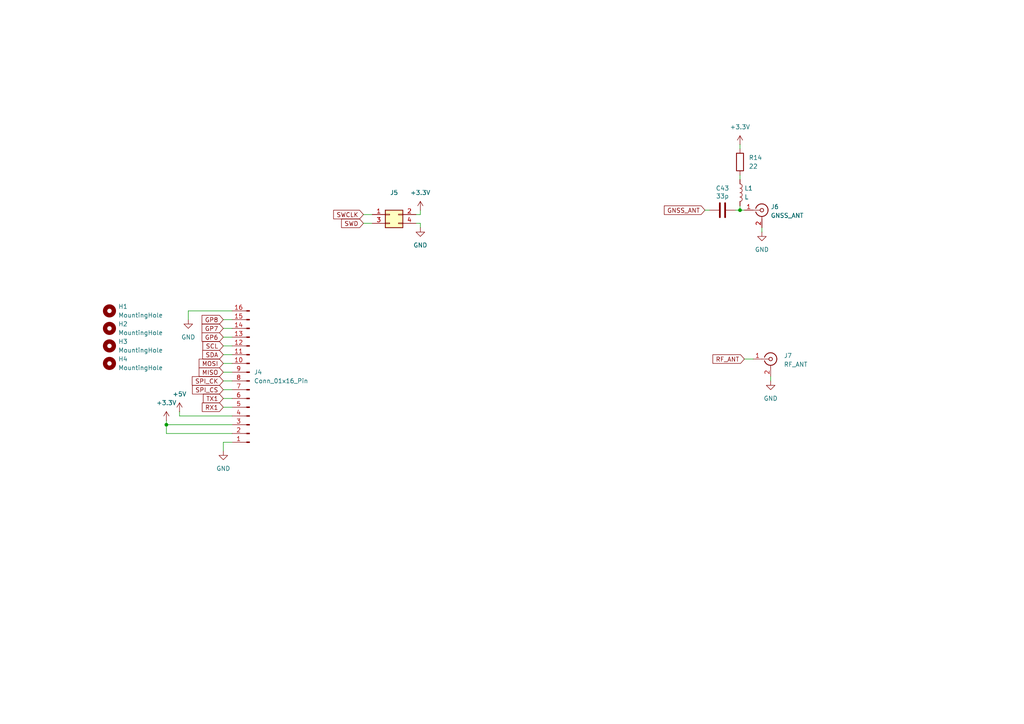
<source format=kicad_sch>
(kicad_sch (version 20231120) (generator "eeschema") (generator_version "8.0")
  (paper "A4")
  (lib_symbols
    (symbol "Connector:Conn_01x16_Pin" (pin_names (offset 1.016) hide)
      (property "Reference" "J" (at 0 20.32 0))
      (property "Value" "Conn_01x16_Pin" (at 0 -22.86 0))
      (symbol "Conn_01x16_Pin_1_1"
        (polyline (pts (xy 1.27 -20.32) (xy 0.8636 -20.32)) (stroke (width 0.1524)))
        (polyline (pts (xy 1.27 -17.78) (xy 0.8636 -17.78)) (stroke (width 0.1524)))
        (polyline (pts (xy 1.27 -15.24) (xy 0.8636 -15.24)) (stroke (width 0.1524)))
        (polyline (pts (xy 1.27 -12.7) (xy 0.8636 -12.7)) (stroke (width 0.1524)))
        (polyline (pts (xy 1.27 -10.16) (xy 0.8636 -10.16)) (stroke (width 0.1524)))
        (polyline (pts (xy 1.27 -7.62) (xy 0.8636 -7.62)) (stroke (width 0.1524)))
        (polyline (pts (xy 1.27 -5.08) (xy 0.8636 -5.08)) (stroke (width 0.1524)))
        (polyline (pts (xy 1.27 -2.54) (xy 0.8636 -2.54)) (stroke (width 0.1524)))
        (polyline (pts (xy 1.27 0) (xy 0.8636 0)) (stroke (width 0.1524)))
        (polyline (pts (xy 1.27 2.54) (xy 0.8636 2.54)) (stroke (width 0.1524)))
        (polyline (pts (xy 1.27 5.08) (xy 0.8636 5.08)) (stroke (width 0.1524)))
        (polyline (pts (xy 1.27 7.62) (xy 0.8636 7.62)) (stroke (width 0.1524)))
        (polyline (pts (xy 1.27 10.16) (xy 0.8636 10.16)) (stroke (width 0.1524)))
        (polyline (pts (xy 1.27 12.7) (xy 0.8636 12.7)) (stroke (width 0.1524)))
        (polyline (pts (xy 1.27 15.24) (xy 0.8636 15.24)) (stroke (width 0.1524)))
        (polyline (pts (xy 1.27 17.78) (xy 0.8636 17.78)) (stroke (width 0.1524)))
        (rectangle (start 0.8636 -20.193) (end 0 -20.447) (stroke (width 0.1524)) (fill (type outline)))
        (rectangle (start 0.8636 -17.653) (end 0 -17.907) (stroke (width 0.1524)) (fill (type outline)))
        (rectangle (start 0.8636 -15.113) (end 0 -15.367) (stroke (width 0.1524)) (fill (type outline)))
        (rectangle (start 0.8636 -12.573) (end 0 -12.827) (stroke (width 0.1524)) (fill (type outline)))
        (rectangle (start 0.8636 -10.033) (end 0 -10.287) (stroke (width 0.1524)) (fill (type outline)))
        (rectangle (start 0.8636 -7.493) (end 0 -7.747) (stroke (width 0.1524)) (fill (type outline)))
        (rectangle (start 0.8636 -4.953) (end 0 -5.207) (stroke (width 0.1524)) (fill (type outline)))
        (rectangle (start 0.8636 -2.413) (end 0 -2.667) (stroke (width 0.1524)) (fill (type outline)))
        (rectangle (start 0.8636 0.127) (end 0 -0.127) (stroke (width 0.1524)) (fill (type outline)))
        (rectangle (start 0.8636 2.667) (end 0 2.413) (stroke (width 0.1524)) (fill (type outline)))
        (rectangle (start 0.8636 5.207) (end 0 4.953) (stroke (width 0.1524)) (fill (type outline)))
        (rectangle (start 0.8636 7.747) (end 0 7.493) (stroke (width 0.1524)) (fill (type outline)))
        (rectangle (start 0.8636 10.287) (end 0 10.033) (stroke (width 0.1524)) (fill (type outline)))
        (rectangle (start 0.8636 12.827) (end 0 12.573) (stroke (width 0.1524)) (fill (type outline)))
        (rectangle (start 0.8636 15.367) (end 0 15.113) (stroke (width 0.1524)) (fill (type outline)))
        (rectangle (start 0.8636 17.907) (end 0 17.653) (stroke (width 0.1524)) (fill (type outline)))
        (pin passive line (at 5.08 17.78 180) (length 3.81) (name "Pin_1") (number "1"))
        (pin passive line (at 5.08 -5.08 180) (length 3.81) (name "Pin_10") (number "10"))
        (pin passive line (at 5.08 -7.62 180) (length 3.81) (name "Pin_11") (number "11"))
        (pin passive line (at 5.08 -10.16 180) (length 3.81) (name "Pin_12") (number "12"))
        (pin passive line (at 5.08 -12.7 180) (length 3.81) (name "Pin_13") (number "13"))
        (pin passive line (at 5.08 -15.24 180) (length 3.81) (name "Pin_14") (number "14"))
        (pin passive line (at 5.08 -17.78 180) (length 3.81) (name "Pin_15") (number "15"))
        (pin passive line (at 5.08 -20.32 180) (length 3.81) (name "Pin_16") (number "16"))
        (pin passive line (at 5.08 15.24 180) (length 3.81) (name "Pin_2") (number "2"))
        (pin passive line (at 5.08 12.7 180) (length 3.81) (name "Pin_3") (number "3"))
        (pin passive line (at 5.08 10.16 180) (length 3.81) (name "Pin_4") (number "4"))
        (pin passive line (at 5.08 7.62 180) (length 3.81) (name "Pin_5") (number "5"))
        (pin passive line (at 5.08 5.08 180) (length 3.81) (name "Pin_6") (number "6"))
        (pin passive line (at 5.08 2.54 180) (length 3.81) (name "Pin_7") (number "7"))
        (pin passive line (at 5.08 0 180) (length 3.81) (name "Pin_8") (number "8"))
        (pin passive line (at 5.08 -2.54 180) (length 3.81) (name "Pin_9") (number "9"))
      )
    )
    (symbol "Connector:Conn_Coaxial" (pin_names (offset 1.016) hide)
      (property "Reference" "J" (at 0.254 3.048 0))
      (property "Value" "Conn_Coaxial" (at 2.921 0 90))
      (symbol "Conn_Coaxial_0_1"
        (arc (start -1.778 -0.508) (mid 0.2311 -1.8066) (end 1.778 0) (stroke (width 0.254)))
        (polyline (pts (xy -2.54 0) (xy -0.508 0)))
        (polyline (pts (xy 0 -2.54) (xy 0 -1.778)))
        (circle (center 0 0) (radius 0.508) (stroke (width 0.2032)))
        (arc (start 1.778 0) (mid 0.2099 1.8101) (end -1.778 0.508) (stroke (width 0.254)))
      )
      (symbol "Conn_Coaxial_1_1"
        (pin passive line (at -5.08 0 0) (length 2.54) (name "In") (number "1"))
        (pin passive line (at 0 -5.08 90) (length 2.54) (name "Ext") (number "2"))
      )
    )
    (symbol "Connector_Generic:Conn_02x02_Odd_Even" (pin_names (offset 1.016) hide)
      (property "Reference" "J" (at 1.27 2.54 0))
      (property "Value" "Conn_02x02_Odd_Even" (at 1.27 -5.08 0))
      (symbol "Conn_02x02_Odd_Even_1_1"
        (rectangle (start -1.27 -2.413) (end 0 -2.667) (stroke (width 0.1524)))
        (rectangle (start -1.27 0.127) (end 0 -0.127) (stroke (width 0.1524)))
        (rectangle (start -1.27 1.27) (end 3.81 -3.81) (stroke (width 0.254)) (fill (type background)))
        (rectangle (start 3.81 -2.413) (end 2.54 -2.667) (stroke (width 0.1524)))
        (rectangle (start 3.81 0.127) (end 2.54 -0.127) (stroke (width 0.1524)))
        (pin passive line (at -5.08 0 0) (length 3.81) (name "Pin_1") (number "1"))
        (pin passive line (at 7.62 0 180) (length 3.81) (name "Pin_2") (number "2"))
        (pin passive line (at -5.08 -2.54 0) (length 3.81) (name "Pin_3") (number "3"))
        (pin passive line (at 7.62 -2.54 180) (length 3.81) (name "Pin_4") (number "4"))
      )
    )
    (symbol "Device:C" (pin_numbers hide) (pin_names (offset 0.254))
      (property "Reference" "C" (at 0.635 2.54 0))
      (property "Value" "C" (at 0.635 -2.54 0))
      (symbol "C_0_1"
        (polyline (pts (xy -2.032 -0.762) (xy 2.032 -0.762)) (stroke (width 0.508)))
        (polyline (pts (xy -2.032 0.762) (xy 2.032 0.762)) (stroke (width 0.508)))
      )
      (symbol "C_1_1"
        (pin passive line (at 0 3.81 270) (length 2.794) (name "~") (number "1"))
        (pin passive line (at 0 -3.81 90) (length 2.794) (name "~") (number "2"))
      )
    )
    (symbol "Device:L" (pin_numbers hide) (pin_names (offset 1.016) hide)
      (property "Reference" "L" (at -1.27 0 90))
      (property "Value" "L" (at 1.905 0 90))
      (symbol "L_0_1"
        (arc (start 0 -2.54) (mid 0.6323 -1.905) (end 0 -1.27))
        (arc (start 0 -1.27) (mid 0.6323 -0.635) (end 0 0))
        (arc (start 0 0) (mid 0.6323 0.635) (end 0 1.27))
        (arc (start 0 1.27) (mid 0.6323 1.905) (end 0 2.54))
      )
      (symbol "L_1_1"
        (pin passive line (at 0 3.81 270) (length 1.27) (name "1") (number "1"))
        (pin passive line (at 0 -3.81 90) (length 1.27) (name "2") (number "2"))
      )
    )
    (symbol "Device:R" (pin_numbers hide) (pin_names (offset 0))
      (property "Reference" "R" (at 2.032 0 90))
      (property "Value" "R" (at 0 0 90))
      (symbol "R_0_1"
        (rectangle (start -1.016 -2.54) (end 1.016 2.54) (stroke (width 0.254)))
      )
      (symbol "R_1_1"
        (pin passive line (at 0 3.81 270) (length 1.27) (name "~") (number "1"))
        (pin passive line (at 0 -3.81 90) (length 1.27) (name "~") (number "2"))
      )
    )
    (symbol "Mechanical:MountingHole" (pin_names (offset 1.016)) (exclude_from_sim yes) (in_bom no)
      (property "Reference" "H" (at 0 5.08 0))
      (property "Value" "MountingHole" (at 0 3.175 0))
      (symbol "MountingHole_0_1"
        (circle (center 0 0) (radius 1.27) (stroke (width 1.27)))
      )
    )
    (symbol "power:+3.3V" (power) (pin_numbers hide) (pin_names (offset 0) hide)
      (property "Value" "+3.3V" (at 0 3.556 0))
      (symbol "+3.3V_0_1"
        (polyline (pts (xy -0.762 1.27) (xy 0 2.54)))
        (polyline (pts (xy 0 0) (xy 0 2.54)))
        (polyline (pts (xy 0 2.54) (xy 0.762 1.27)))
      )
      (symbol "+3.3V_1_1"
        (pin power_in line (at 0 0 90) (length 0) (name "~") (number "1"))
      )
    )
    (symbol "power:+5V" (power) (pin_numbers hide) (pin_names (offset 0) hide)
      (property "Value" "+5V" (at 0 3.556 0))
      (symbol "+5V_0_1"
        (polyline (pts (xy -0.762 1.27) (xy 0 2.54)))
        (polyline (pts (xy 0 0) (xy 0 2.54)))
        (polyline (pts (xy 0 2.54) (xy 0.762 1.27)))
      )
      (symbol "+5V_1_1"
        (pin power_in line (at 0 0 90) (length 0) (name "~") (number "1"))
      )
    )
    (symbol "power:GND" (power) (pin_numbers hide) (pin_names (offset 0) hide)
      (property "Value" "GND" (at 0 -3.81 0))
      (symbol "GND_0_1"
        (polyline (pts (xy 0 0) (xy 0 -1.27) (xy 1.27 -1.27) (xy 0 -2.54) (xy -1.27 -1.27) (xy 0 -1.27)))
      )
      (symbol "GND_1_1"
        (pin power_in line (at 0 0 270) (length 0) (name "~") (number "1"))
      )
    )
  )
  (junction (at 48.26 123.19))
  (junction (at 214.63 60.96))
  (wire (pts (xy 64.77 115.57) (xy 67.31 115.57)))
  (wire (pts (xy 64.77 113.03) (xy 67.31 113.03)))
  (wire (pts (xy 121.92 66.04) (xy 121.92 64.77)))
  (wire (pts (xy 214.63 59.69) (xy 214.63 60.96)))
  (wire (pts (xy 121.92 64.77) (xy 120.65 64.77)))
  (wire (pts (xy 64.77 128.27) (xy 67.31 128.27)))
  (wire (pts (xy 105.41 62.23) (xy 107.95 62.23)))
  (wire (pts (xy 64.77 102.87) (xy 67.31 102.87)))
  (wire (pts (xy 48.26 123.19) (xy 48.26 125.73)))
  (wire (pts (xy 204.47 60.96) (xy 205.74 60.96)))
  (wire (pts (xy 48.26 121.92) (xy 48.26 123.19)))
  (wire (pts (xy 121.92 60.96) (xy 121.92 62.23)))
  (wire (pts (xy 214.63 50.8) (xy 214.63 52.07)))
  (wire (pts (xy 48.26 123.19) (xy 67.31 123.19)))
  (wire (pts (xy 214.63 60.96) (xy 215.9 60.96)))
  (wire (pts (xy 48.26 125.73) (xy 67.31 125.73)))
  (wire (pts (xy 64.77 118.11) (xy 67.31 118.11)))
  (wire (pts (xy 64.77 105.41) (xy 67.31 105.41)))
  (wire (pts (xy 64.77 97.79) (xy 67.31 97.79)))
  (wire (pts (xy 121.92 62.23) (xy 120.65 62.23)))
  (wire (pts (xy 64.77 107.95) (xy 67.31 107.95)))
  (wire (pts (xy 64.77 95.25) (xy 67.31 95.25)))
  (wire (pts (xy 215.9 104.14) (xy 218.44 104.14)))
  (wire (pts (xy 223.52 109.22) (xy 223.52 110.49)))
  (wire (pts (xy 220.98 66.04) (xy 220.98 67.31)))
  (wire (pts (xy 54.61 90.17) (xy 67.31 90.17)))
  (wire (pts (xy 64.77 130.81) (xy 64.77 128.27)))
  (wire (pts (xy 64.77 110.49) (xy 67.31 110.49)))
  (wire (pts (xy 64.77 100.33) (xy 67.31 100.33)))
  (wire (pts (xy 52.07 120.65) (xy 67.31 120.65)))
  (wire (pts (xy 52.07 119.38) (xy 52.07 120.65)))
  (wire (pts (xy 105.41 64.77) (xy 107.95 64.77)))
  (wire (pts (xy 213.36 60.96) (xy 214.63 60.96)))
  (wire (pts (xy 54.61 92.71) (xy 54.61 90.17)))
  (wire (pts (xy 214.63 41.91) (xy 214.63 43.18)))
  (wire (pts (xy 64.77 92.71) (xy 67.31 92.71)))
  (global_label "SWCLK" (shape input) (at 105.41 62.23 180) (property "Intersheetrefs" "${INTERSHEET_REFS}" (effects (hide yes))))
  (global_label "GNSS_ANT" (shape input) (at 204.47 60.96 180) (property "Intersheetrefs" "${INTERSHEET_REFS}" (effects (hide yes))))
  (global_label "RX1" (shape input) (at 64.77 118.11 180) (property "Intersheetrefs" "${INTERSHEET_REFS}" (effects (hide yes))))
  (global_label "SPI_CK" (shape input) (at 64.77 110.49 180) (property "Intersheetrefs" "${INTERSHEET_REFS}" (effects (hide yes))))
  (global_label "SWD" (shape input) (at 105.41 64.77 180) (property "Intersheetrefs" "${INTERSHEET_REFS}" (effects (hide yes))))
  (global_label "SPI_CS" (shape input) (at 64.77 113.03 180) (property "Intersheetrefs" "${INTERSHEET_REFS}" (effects (hide yes))))
  (global_label "MISO" (shape input) (at 64.77 107.95 180) (property "Intersheetrefs" "${INTERSHEET_REFS}" (effects (hide yes))))
  (global_label "SCL" (shape input) (at 64.77 100.33 180) (property "Intersheetrefs" "${INTERSHEET_REFS}" (effects (hide yes))))
  (global_label "GP7" (shape input) (at 64.77 95.25 180) (property "Intersheetrefs" "${INTERSHEET_REFS}" (effects (hide yes))))
  (global_label "SDA" (shape input) (at 64.77 102.87 180) (property "Intersheetrefs" "${INTERSHEET_REFS}" (effects (hide yes))))
  (global_label "MOSI" (shape input) (at 64.77 105.41 180) (property "Intersheetrefs" "${INTERSHEET_REFS}" (effects (hide yes))))
  (global_label "GP8" (shape input) (at 64.77 92.71 180) (property "Intersheetrefs" "${INTERSHEET_REFS}" (effects (hide yes))))
  (global_label "TX1" (shape input) (at 64.77 115.57 180) (property "Intersheetrefs" "${INTERSHEET_REFS}" (effects (hide yes))))
  (global_label "RF_ANT" (shape input) (at 215.9 104.14 180) (property "Intersheetrefs" "${INTERSHEET_REFS}" (effects (hide yes))))
  (global_label "GP6" (shape input) (at 64.77 97.79 180) (property "Intersheetrefs" "${INTERSHEET_REFS}" (effects (hide yes))))
  (symbol (lib_id "power:+5V") (at 52.07 119.38 0) (unit 1)
    (property "Reference" "#PWR056" (effects (hide yes)))
    (property "Value" "+5V" (at 52.07 114.3 0))
    (property "Description" "Power symbol creates a global label with name \"+5V\"" (effects (hide yes)))
  )
  (symbol (lib_id "Mechanical:MountingHole") (at 31.75 105.41 0) (unit 1) (exclude_from_sim yes) (in_bom no)
    (property "Reference" "H4" (at 34.29 104.1399 0) (effects (justify left)))
    (property "Value" "MountingHole" (at 34.29 106.6799 0) (effects (justify left)))
    (property "Footprint" "MountingHole:MountingHole_3.2mm_M3_ISO7380_Pad_TopBottom" (effects (hide yes)))
    (property "Description" "Mounting Hole without connection" (effects (hide yes)))
  )
  (symbol (lib_id "power:GND") (at 220.98 67.31 0) (mirror y) (unit 1)
    (property "Reference" "#PWR074" (effects (hide yes)))
    (property "Value" "GND" (at 220.98 72.39 0))
    (property "Description" "Power symbol creates a global label with name \"GND\" , ground" (effects (hide yes)))
  )
  (symbol (lib_id "Mechanical:MountingHole") (at 31.75 100.33 0) (unit 1) (exclude_from_sim yes) (in_bom no)
    (property "Reference" "H3" (at 34.29 99.0599 0) (effects (justify left)))
    (property "Value" "MountingHole" (at 34.29 101.5999 0) (effects (justify left)))
    (property "Footprint" "MountingHole:MountingHole_3.2mm_M3_ISO7380_Pad_TopBottom" (effects (hide yes)))
    (property "Description" "Mounting Hole without connection" (effects (hide yes)))
  )
  (symbol (lib_id "power:GND") (at 64.77 130.81 0) (mirror y) (unit 1)
    (property "Reference" "#PWR054" (effects (hide yes)))
    (property "Value" "GND" (at 64.77 135.89 0))
    (property "Description" "Power symbol creates a global label with name \"GND\" , ground" (effects (hide yes)))
  )
  (symbol (lib_id "Connector:Conn_Coaxial") (at 220.98 60.96 0) (unit 1)
    (property "Reference" "J6" (at 223.52 59.9831 0) (effects (justify left)))
    (property "Value" "GNSS_ANT" (at 223.52 62.5231 0) (effects (justify left)))
    (property "Footprint" "WiSDOM:CONN_CONMHF1-SMD_LNX" (effects (hide yes)))
    (property "Description" "coaxial connector (BNC, SMA, SMB, SMC, Cinch/RCA, LEMO, ...)" (effects (hide yes)))
  )
  (symbol (lib_id "power:GND") (at 121.92 66.04 0) (unit 1)
    (property "Reference" "#PWR060" (effects (hide yes)))
    (property "Value" "GND" (at 121.92 71.12 0))
    (property "Description" "Power symbol creates a global label with name \"GND\" , ground" (effects (hide yes)))
  )
  (symbol (lib_id "power:+3.3V") (at 214.63 41.91 0) (unit 1)
    (property "Reference" "#PWR073" (effects (hide yes)))
    (property "Value" "+3.3V" (at 214.63 36.83 0))
    (property "Description" "Power symbol creates a global label with name \"+3.3V\"" (effects (hide yes)))
  )
  (symbol (lib_id "power:GND") (at 223.52 110.49 0) (mirror y) (unit 1)
    (property "Reference" "#PWR075" (effects (hide yes)))
    (property "Value" "GND" (at 223.52 115.57 0))
    (property "Description" "Power symbol creates a global label with name \"GND\" , ground" (effects (hide yes)))
  )
  (symbol (lib_id "Connector_Generic:Conn_02x02_Odd_Even") (at 113.03 62.23 0) (unit 1)
    (property "Reference" "J5" (at 114.3 55.88 0))
    (property "Value" "Conn_02x02_Odd_Even" (effects (hide yes)))
    (property "Footprint" "Connector_PinHeader_2.54mm:PinHeader_2x02_P2.54mm_Vertical" (effects (hide yes)))
    (property "Description" "Generic connector, double row, 02x02, odd/even pin numbering scheme (row 1 odd numbers, row 2 even numbers), script generated (kicad-library-utils/schlib/autogen/connector/)" (effects (hide yes)))
  )
  (symbol (lib_id "power:+3.3V") (at 48.26 121.92 0) (unit 1)
    (property "Reference" "#PWR055" (effects (hide yes)))
    (property "Value" "+3.3V" (at 48.26 116.84 0))
    (property "Description" "Power symbol creates a global label with name \"+3.3V\"" (effects (hide yes)))
  )
  (symbol (lib_id "Mechanical:MountingHole") (at 31.75 90.17 0) (unit 1) (exclude_from_sim yes) (in_bom no)
    (property "Reference" "H1" (at 34.29 88.8999 0) (effects (justify left)))
    (property "Value" "MountingHole" (at 34.29 91.4399 0) (effects (justify left)))
    (property "Footprint" "MountingHole:MountingHole_3.2mm_M3_ISO7380_Pad_TopBottom" (effects (hide yes)))
    (property "Description" "Mounting Hole without connection" (effects (hide yes)))
  )
  (symbol (lib_id "power:GND") (at 54.61 92.71 0) (unit 1)
    (property "Reference" "#PWR053" (effects (hide yes)))
    (property "Value" "GND" (at 54.61 97.79 0))
    (property "Description" "Power symbol creates a global label with name \"GND\" , ground" (effects (hide yes)))
  )
  (symbol (lib_id "Device:C") (at 209.55 60.96 90) (unit 1)
    (property "Reference" "C43" (at 209.55 54.61 90))
    (property "Value" "33p" (at 209.55 56.896 90))
    (property "Footprint" "Capacitor_SMD:C_0402_1005Metric_Pad0.74x0.62mm_HandSolder" (effects (hide yes)))
    (property "Description" "Unpolarized capacitor" (effects (hide yes)))
  )
  (symbol (lib_id "Mechanical:MountingHole") (at 31.75 95.25 0) (unit 1) (exclude_from_sim yes) (in_bom no)
    (property "Reference" "H2" (at 34.29 93.9799 0) (effects (justify left)))
    (property "Value" "MountingHole" (at 34.29 96.5199 0) (effects (justify left)))
    (property "Footprint" "MountingHole:MountingHole_3.2mm_M3_ISO7380_Pad_TopBottom" (effects (hide yes)))
    (property "Description" "Mounting Hole without connection" (effects (hide yes)))
  )
  (symbol (lib_id "Connector:Conn_Coaxial") (at 223.52 104.14 0) (unit 1)
    (property "Reference" "J7" (at 227.33 103.1631 0) (effects (justify left)))
    (property "Value" "RF_ANT" (at 227.33 105.7031 0) (effects (justify left)))
    (property "Footprint" "WiSDOM:CONN_CONMHF1-SMD_LNX" (effects (hide yes)))
    (property "Description" "coaxial connector (BNC, SMA, SMB, SMC, Cinch/RCA, LEMO, ...)" (effects (hide yes)))
  )
  (symbol (lib_id "Device:L") (at 214.63 55.88 0) (unit 1)
    (property "Reference" "L1" (at 215.9 54.6099 0) (effects (justify left)))
    (property "Value" "L" (at 215.9 57.1499 0) (effects (justify left)))
    (property "Footprint" "Inductor_SMD:L_0402_1005Metric_Pad0.77x0.64mm_HandSolder" (effects (hide yes)))
    (property "Description" "Inductor" (effects (hide yes)))
  )
  (symbol (lib_id "Device:R") (at 214.63 46.99 0) (unit 1)
    (property "Reference" "R14" (at 217.17 45.7199 0) (effects (justify left)))
    (property "Value" "22" (at 217.17 48.2599 0) (effects (justify left)))
    (property "Footprint" "Resistor_SMD:R_0805_2012Metric_Pad1.20x1.40mm_HandSolder" (effects (hide yes)))
    (property "Description" "Resistor" (effects (hide yes)))
  )
  (symbol (lib_id "Connector:Conn_01x16_Pin") (at 72.39 110.49 180) (unit 1)
    (property "Reference" "J4" (at 73.66 107.9499 0) (effects (justify right)))
    (property "Value" "Conn_01x16_Pin" (at 73.66 110.4899 0) (effects (justify right)))
    (property "Footprint" "Connector_PinHeader_2.54mm:PinHeader_1x16_P2.54mm_Vertical" (effects (hide yes)))
    (property "Description" "Generic connector, single row, 01x16, script generated" (effects (hide yes)))
  )
  (symbol (lib_id "power:+3.3V") (at 121.92 60.96 0) (unit 1)
    (property "Reference" "#PWR061" (effects (hide yes)))
    (property "Value" "+3.3V" (at 121.92 55.88 0))
    (property "Description" "Power symbol creates a global label with name \"+3.3V\"" (effects (hide yes)))
  )
)
</source>
